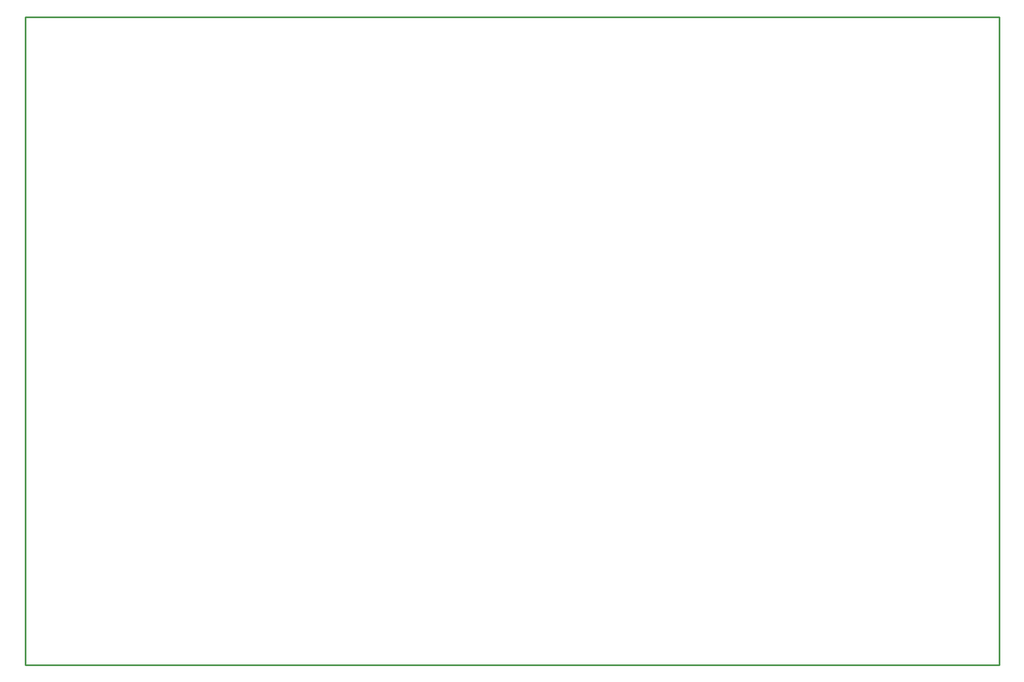
<source format=gko>
G04 Layer: BoardOutline*
G04 EasyEDA v6.1.33, Sat, 27 Apr 2019 13:28:37 GMT*
G04 c1ca82668c2d4d1491ff35bdc25fb94a,6a163e1b02164d1f80322a9964b4fc45,10*
G04 Gerber Generator version 0.2*
G04 Scale: 100 percent, Rotated: No, Reflected: No *
G04 Dimensions in inches *
G04 leading zeros omitted , absolute positions ,2 integer and 4 decimal *
%FSLAX24Y24*%
%MOIN*%
G90*
G70D02*

%ADD10C,0.010000*%
G54D10*
G01X0Y39300D02*
G01X59000Y39300D01*
G01X59000Y0D01*
G01X0Y0D01*
G01X0Y39300D01*

%LPD*%
M00*
M02*

</source>
